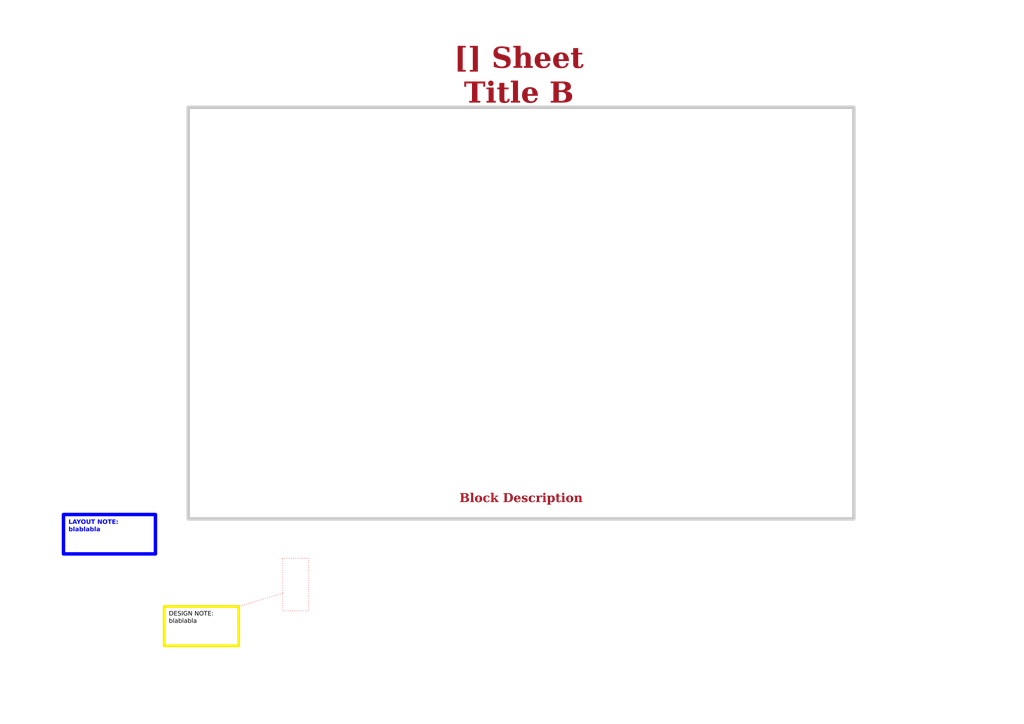
<source format=kicad_sch>
(kicad_sch
	(version 20250114)
	(generator "eeschema")
	(generator_version "9.0")
	(uuid "ea8c4f5e-7a49-4faf-a994-dbc85ed86b0a")
	(paper "A4")
	(title_block
		(title "Sheet Title B")
		(date "2025-01-12")
		(rev "${REVISION}")
		(company "${COMPANY}")
	)
	(lib_symbols)
	(rectangle
		(start 81.915 161.925)
		(end 89.535 177.165)
		(stroke
			(width 0)
			(type dot)
			(color 255 0 0 1)
		)
		(fill
			(type none)
		)
		(uuid a4da4ed1-6f34-4970-b424-efcc958bcf01)
	)
	(rectangle
		(start 54.61 31.115)
		(end 247.65 150.495)
		(stroke
			(width 1)
			(type default)
			(color 200 200 200 1)
		)
		(fill
			(type none)
		)
		(uuid d154ded7-f7e7-484b-802a-c79e96161626)
	)
	(text_box "DESIGN NOTE:\nblablabla"
		(exclude_from_sim no)
		(at 47.625 175.895 0)
		(size 21.59 11.43)
		(margins 1.3525 1.3525 1.3525 1.3525)
		(stroke
			(width 0.8)
			(type solid)
			(color 250 236 0 1)
		)
		(fill
			(type none)
		)
		(effects
			(font
				(face "Arial")
				(size 1.27 1.27)
				(color 0 0 0 1)
			)
			(justify left top)
		)
		(uuid "0c16089b-db57-4b61-8fd5-0479b3228f9b")
	)
	(text_box "LAYOUT NOTE:\nblablabla"
		(exclude_from_sim no)
		(at 18.415 149.225 0)
		(size 26.67 11.43)
		(margins 1.4525 1.4525 1.4525 1.4525)
		(stroke
			(width 1)
			(type solid)
			(color 0 0 255 1)
		)
		(fill
			(type none)
		)
		(effects
			(font
				(face "Arial")
				(size 1.27 1.27)
				(thickness 0.4)
				(bold yes)
				(color 0 0 255 1)
			)
			(justify left top)
		)
		(uuid "26c53409-124a-429b-94e5-d584d2cddb8a")
	)
	(text_box "DESIGN NOTE:\nblabla"
		(exclude_from_sim no)
		(at 65.405 299.085 0)
		(size 21.59 15.24)
		(margins 1.3525 1.3525 1.3525 1.3525)
		(stroke
			(width 0.8)
			(type solid)
			(color 255 165 0 1)
		)
		(fill
			(type none)
		)
		(effects
			(font
				(face "Arial")
				(size 1.27 1.27)
				(color 0 0 0 1)
			)
			(justify left top)
		)
		(uuid "7118d66d-27ed-4a42-9d0f-29873dd1133d")
	)
	(text_box "LAYOUT NOTE:\nblabla"
		(exclude_from_sim no)
		(at 89.535 299.085 0)
		(size 26.67 15.24)
		(margins 1.4525 1.4525 1.4525 1.4525)
		(stroke
			(width 1)
			(type solid)
			(color 0 0 255 1)
		)
		(fill
			(type none)
		)
		(effects
			(font
				(face "Arial")
				(size 1.27 1.27)
				(thickness 0.4)
				(bold yes)
				(color 0 0 255 1)
			)
			(justify left top)
		)
		(uuid "789bb8df-08ec-4683-a441-f4ff02e08c1e")
	)
	(text_box "[${#}] ${TITLE}"
		(exclude_from_sim no)
		(at 114.3 15.875 0)
		(size 72.39 12.7)
		(margins 4.4999 4.4999 4.4999 4.4999)
		(stroke
			(width -0.0001)
			(type default)
		)
		(fill
			(type none)
		)
		(effects
			(font
				(face "Times New Roman")
				(size 6 6)
				(thickness 1.2)
				(bold yes)
				(color 162 22 34 1)
			)
		)
		(uuid "b1209faa-f129-41f3-8b23-b994e521d42d")
	)
	(text_box "DESIGN NOTE:\nblabla"
		(exclude_from_sim no)
		(at 41.275 299.085 0)
		(size 21.59 15.24)
		(margins 1.3525 1.3525 1.3525 1.3525)
		(stroke
			(width 0.8)
			(type solid)
			(color 200 200 200 1)
		)
		(fill
			(type none)
		)
		(effects
			(font
				(face "Arial")
				(size 1.27 1.27)
				(color 0 0 0 1)
			)
			(justify left top)
		)
		(uuid "b30fc753-248d-41ea-b0ab-815ff2704544")
	)
	(text_box "Block Description"
		(exclude_from_sim no)
		(at 55.88 140.335 0)
		(size 190.5 7.62)
		(margins 1.9049 1.9049 1.9049 1.9049)
		(stroke
			(width -0.0001)
			(type default)
		)
		(fill
			(type none)
		)
		(effects
			(font
				(face "Times New Roman")
				(size 2.54 2.54)
				(thickness 0.508)
				(bold yes)
				(color 162 22 34 1)
			)
			(justify bottom)
		)
		(uuid "d01e60ba-6267-435d-9b72-7cc14b402258")
	)
	(polyline
		(pts
			(xy 81.915 172.085) (xy 69.215 175.895)
		)
		(stroke
			(width 0)
			(type dot)
			(color 255 0 0 1)
		)
		(uuid "e4df3e3b-e8c5-4c3c-b7cc-fe23553f7f97")
	)
)

</source>
